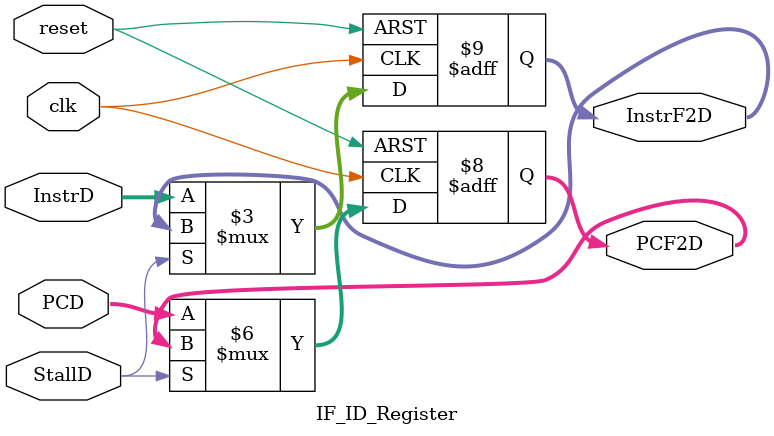
<source format=v>
module IF_ID_Register (
    input         clk,
    input         StallD,    // Flush signal for Execute stage
    input         reset,
    input  [31:0] PCD,        // PC from Fetch stage
    input  [31:0] InstrD,     // Instruction from Fetch stage
    output reg [31:0] PCF2D,  // PC to Decode stage
    output reg [31:0] InstrF2D // Instruction to Decode stage

);

    always @(posedge clk or posedge reset) begin
        if (reset) begin
            PCF2D <= 32'b0;
            InstrF2D <= 32'b0;
        end else if (StallD) begin
            PCF2D <= PCF2D;
            InstrF2D <= InstrF2D;
        end else begin
            PCF2D <= PCD;
            InstrF2D <= InstrD;
        end
    end

endmodule

</source>
